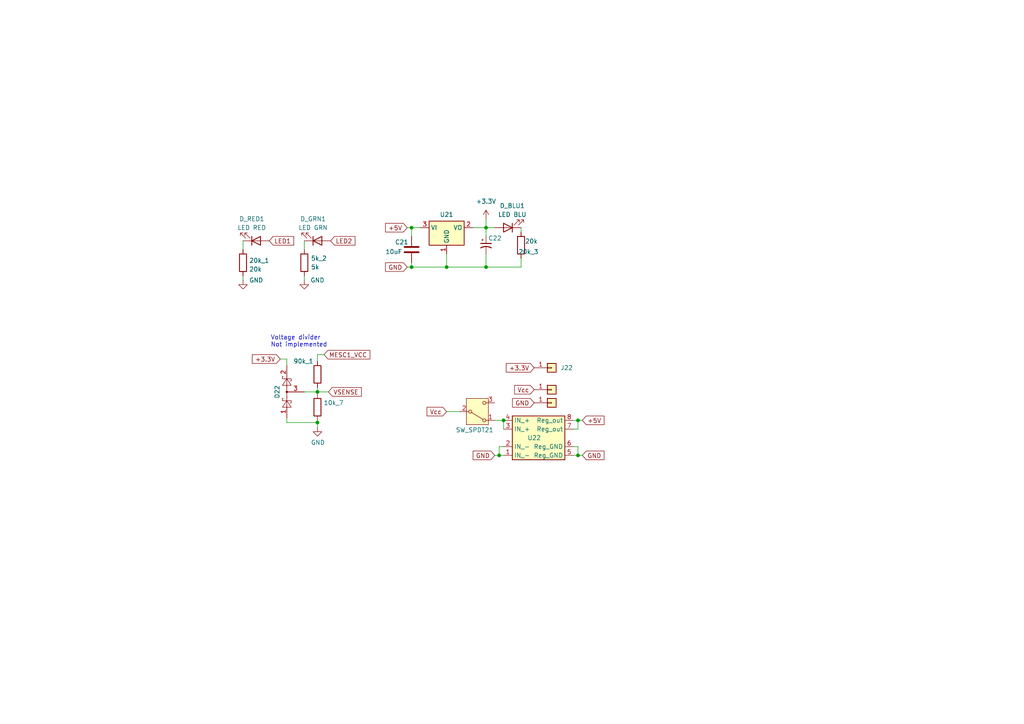
<source format=kicad_sch>
(kicad_sch (version 20231120) (generator "eeschema") (generator_version "8.0")
  (paper "A4")
  (lib_symbols
    (symbol "Connector_Generic:Conn_01x01" (pin_names (offset 1.016) hide)
      (property "Reference" "J" (at 0 2.54 0))
      (property "Value" "Conn_01x01" (at 0 -2.54 0))
      (symbol "Conn_01x01_1_1"
        (rectangle (start -1.27 0.127) (end 0 -0.127) (stroke (width 0.1524)))
        (rectangle (start -1.27 1.27) (end 1.27 -1.27) (stroke (width 0.254)) (fill (type background)))
        (pin passive line (at -5.08 0 0) (length 3.81) (name "Pin_1") (number "1"))
      )
    )
    (symbol "Device:C" (pin_numbers hide) (pin_names (offset 0.254))
      (property "Reference" "C" (at 0.635 2.54 0))
      (property "Value" "C" (at 0.635 -2.54 0))
      (symbol "C_0_1"
        (polyline (pts (xy -2.032 -0.762) (xy 2.032 -0.762)) (stroke (width 0.508)))
        (polyline (pts (xy -2.032 0.762) (xy 2.032 0.762)) (stroke (width 0.508)))
      )
      (symbol "C_1_1"
        (pin passive line (at 0 3.81 270) (length 2.794) (name "~") (number "1"))
        (pin passive line (at 0 -3.81 90) (length 2.794) (name "~") (number "2"))
      )
    )
    (symbol "Device:C_Polarized_Small_US" (pin_numbers hide) (pin_names (offset 0.254) hide)
      (property "Reference" "C" (at 0.254 1.778 0))
      (property "Value" "C_Polarized_Small_US" (at 0.254 -2.032 0))
      (symbol "C_Polarized_Small_US_0_1"
        (polyline (pts (xy -1.524 0.508) (xy 1.524 0.508)) (stroke (width 0.3048)))
        (polyline (pts (xy -1.27 1.524) (xy -0.762 1.524)))
        (polyline (pts (xy -1.016 1.27) (xy -1.016 1.778)))
        (arc (start 1.524 -0.762) (mid 0 -0.3734) (end -1.524 -0.762) (stroke (width 0.3048)))
      )
      (symbol "C_Polarized_Small_US_1_1"
        (pin passive line (at 0 2.54 270) (length 2.032) (name "~") (number "1"))
        (pin passive line (at 0 -2.54 90) (length 2.032) (name "~") (number "2"))
      )
    )
    (symbol "Device:LED" (pin_numbers hide) (pin_names (offset 1.016) hide)
      (property "Reference" "D" (at 0 2.54 0))
      (property "Value" "LED" (at 0 -2.54 0))
      (symbol "LED_0_1"
        (polyline (pts (xy -1.27 -1.27) (xy -1.27 1.27)) (stroke (width 0.254)))
        (polyline (pts (xy -1.27 0) (xy 1.27 0)))
        (polyline (pts (xy 1.27 -1.27) (xy 1.27 1.27) (xy -1.27 0) (xy 1.27 -1.27)) (stroke (width 0.254)))
        (polyline (pts (xy -3.048 -0.762) (xy -4.572 -2.286) (xy -3.81 -2.286) (xy -4.572 -2.286) (xy -4.572 -1.524)))
        (polyline (pts (xy -1.778 -0.762) (xy -3.302 -2.286) (xy -2.54 -2.286) (xy -3.302 -2.286) (xy -3.302 -1.524)))
      )
      (symbol "LED_1_1"
        (pin passive line (at -3.81 0 0) (length 2.54) (name "K") (number "1"))
        (pin passive line (at 3.81 0 180) (length 2.54) (name "A") (number "2"))
      )
    )
    (symbol "Device:R" (pin_numbers hide) (pin_names (offset 0))
      (property "Reference" "R" (at 2.032 0 90))
      (property "Value" "R" (at 0 0 90))
      (symbol "R_0_1"
        (rectangle (start -1.016 -2.54) (end 1.016 2.54) (stroke (width 0.254)))
      )
      (symbol "R_1_1"
        (pin passive line (at 0 3.81 270) (length 1.27) (name "~") (number "1"))
        (pin passive line (at 0 -3.81 90) (length 1.27) (name "~") (number "2"))
      )
    )
    (symbol "Regulator_Linear:LD1117S18TR_SOT223"
      (property "Reference" "U" (at -3.81 3.175 0))
      (property "Value" "LD1117S18TR_SOT223" (at 0 3.175 0))
      (symbol "LD1117S18TR_SOT223_0_1"
        (rectangle (start -5.08 -5.08) (end 5.08 1.905) (stroke (width 0.254)) (fill (type background)))
      )
      (symbol "LD1117S18TR_SOT223_1_1"
        (pin power_in line (at 0 -7.62 90) (length 2.54) (name "GND") (number "1"))
        (pin power_out line (at 7.62 0 180) (length 2.54) (name "VO") (number "2"))
        (pin power_in line (at -7.62 0 0) (length 2.54) (name "VI") (number "3"))
      )
    )
    (symbol "Switch:SW_SPDT" (pin_names (offset 0) hide)
      (property "Reference" "SW" (at 0 5.08 0))
      (property "Value" "SW_SPDT" (at 0 -5.08 0))
      (symbol "SW_SPDT_0_1"
        (circle (center -2.032 0) (radius 0.4572))
        (polyline (pts (xy -1.651 0.254) (xy 1.651 2.286)))
        (circle (center 2.032 -2.54) (radius 0.4572))
        (circle (center 2.032 2.54) (radius 0.4572))
      )
      (symbol "SW_SPDT_1_1"
        (rectangle (start -3.175 3.81) (end 3.175 -3.81) (fill (type background)))
        (pin passive line (at 5.08 2.54 180) (length 2.54) (name "A") (number "1"))
        (pin passive line (at -5.08 0 0) (length 2.54) (name "B") (number "2"))
        (pin passive line (at 5.08 -2.54 180) (length 2.54) (name "C") (number "3"))
      )
    )
    (symbol "power:+3.3V" (power) (pin_names (offset 0))
      (property "Value" "+3.3V" (at 0 3.556 0))
      (symbol "+3.3V_0_1"
        (polyline (pts (xy -0.762 1.27) (xy 0 2.54)))
        (polyline (pts (xy 0 0) (xy 0 2.54)))
        (polyline (pts (xy 0 2.54) (xy 0.762 1.27)))
      )
      (symbol "+3.3V_1_1"
        (pin power_in line (at 0 0 90) (length 0) hide (name "+3.3V") (number "1"))
      )
    )
    (symbol "power:GND" (power) (pin_names (offset 0))
      (property "Value" "GND" (at 0 -3.81 0))
      (symbol "GND_0_1"
        (polyline (pts (xy 0 0) (xy 0 -1.27) (xy 1.27 -1.27) (xy 0 -2.54) (xy -1.27 -1.27) (xy 0 -1.27)))
      )
      (symbol "GND_1_1"
        (pin power_in line (at 0 0 270) (length 0) hide (name "GND") (number "1"))
      )
    )
    (symbol "two_motor_driver-rescue:BAT54S-Diode" (pin_names (offset 1.016))
      (property "Reference" "D" (at 0.635 -3.81 0))
      (property "Value" "Diode_BAT54S" (at -6.35 3.175 0))
      (symbol "BAT54S-Diode_0_1"
        (polyline (pts (xy -3.81 0) (xy -1.27 0)))
        (polyline (pts (xy -3.175 -1.27) (xy -3.175 -1.016)))
        (polyline (pts (xy -2.54 -1.27) (xy -3.175 -1.27)))
        (polyline (pts (xy -2.54 -1.27) (xy -2.54 1.27)))
        (polyline (pts (xy -2.54 1.27) (xy -1.905 1.27)))
        (polyline (pts (xy -1.905 0) (xy 1.905 0)))
        (polyline (pts (xy -1.905 1.27) (xy -1.905 1.016)))
        (polyline (pts (xy 1.27 0) (xy 3.81 0)))
        (polyline (pts (xy 3.175 -1.27) (xy 3.175 -1.016)))
        (polyline (pts (xy 3.81 -1.27) (xy 3.175 -1.27)))
        (polyline (pts (xy 3.81 -1.27) (xy 3.81 1.27)))
        (polyline (pts (xy 3.81 1.27) (xy 4.445 1.27)))
        (polyline (pts (xy 4.445 1.27) (xy 4.445 1.016)))
        (polyline (pts (xy -4.445 1.27) (xy -4.445 -1.27) (xy -2.54 0) (xy -4.445 1.27)))
        (polyline (pts (xy 1.905 1.27) (xy 1.905 -1.27) (xy 3.81 0) (xy 1.905 1.27)))
        (circle (center 0 0) (radius 0.254) (fill (type outline)))
      )
      (symbol "BAT54S-Diode_1_1"
        (pin passive line (at -7.62 0 0) (length 3.81) (name "~") (number "1"))
        (pin passive line (at 7.62 0 180) (length 3.81) (name "~") (number "2"))
        (pin passive line (at 0 -5.08 90) (length 5.08) (name "~") (number "3"))
      )
    )
    (symbol "two_motor_driver-rescue:GND-power" (power) (pin_names (offset 0))
      (property "Value" "power_GND" (at 0 -3.81 0))
      (symbol "GND-power_0_1"
        (polyline (pts (xy 0 0) (xy 0 -1.27) (xy 1.27 -1.27) (xy 0 -2.54) (xy -1.27 -1.27) (xy 0 -1.27)))
      )
      (symbol "GND-power_1_1"
        (pin power_in line (at 0 0 270) (length 0) hide (name "GND") (number "1"))
      )
    )
    (symbol "two_motor_driver-rescue:my_buck_boost-Regulator_Switching"
      (property "Reference" "U" (at -6.35 6.35 0))
      (property "Value" "Regulator_Switching_my_buck_boost" (at -5.08 7.62 0))
      (symbol "my_buck_boost-Regulator_Switching_0_1"
        (rectangle (start -7.62 5.08) (end 7.62 -7.62) (stroke (width 0.254)) (fill (type background)))
      )
      (symbol "my_buck_boost-Regulator_Switching_1_1"
        (pin open_emitter line (at -10.16 3.81 0) (length 2.54) (name "IN_-") (number "1"))
        (pin power_in line (at -10.16 1.27 0) (length 2.54) (name "IN_-") (number "2"))
        (pin power_out line (at -10.16 -3.81 0) (length 2.54) (name "IN_+") (number "3"))
        (pin power_in line (at -10.16 -6.35 0) (length 2.54) (name "IN_+") (number "4"))
        (pin power_out line (at 10.16 3.81 180) (length 2.54) (name "Reg_GND") (number "5"))
        (pin power_out line (at 10.16 1.27 180) (length 2.54) (name "Reg_GND") (number "6"))
        (pin power_out line (at 10.16 -3.81 180) (length 2.54) (name "Reg_out") (number "7"))
        (pin power_out line (at 10.16 -6.35 180) (length 2.54) (name "Reg_out") (number "8"))
      )
    )
  )
  (junction (at 129.54 77.47))
  (junction (at 167.64 132.08))
  (junction (at 144.78 132.08))
  (junction (at 167.64 121.92))
  (junction (at 92.075 113.665))
  (junction (at 140.97 66.04))
  (junction (at 119.38 77.47))
  (junction (at 119.38 66.04))
  (junction (at 92.075 122.555))
  (junction (at 140.97 77.47))
  (junction (at 146.05 121.92))
  (wire (pts (xy 151.13 66.04) (xy 151.13 67.31)))
  (wire (pts (xy 118.11 77.47) (xy 119.38 77.47)))
  (wire (pts (xy 92.075 122.555) (xy 92.075 123.952)))
  (wire (pts (xy 70.485 81.28) (xy 70.485 80.01)))
  (wire (pts (xy 83.185 122.555) (xy 92.075 122.555)))
  (wire (pts (xy 83.185 106.045) (xy 83.185 104.14)))
  (wire (pts (xy 140.97 66.04) (xy 143.51 66.04)))
  (wire (pts (xy 167.64 132.08) (xy 168.91 132.08)))
  (wire (pts (xy 119.38 66.04) (xy 121.92 66.04)))
  (wire (pts (xy 146.05 129.54) (xy 144.78 129.54)))
  (wire (pts (xy 167.64 124.46) (xy 167.64 121.92)))
  (wire (pts (xy 119.38 66.04) (xy 119.38 68.58)))
  (wire (pts (xy 88.265 113.665) (xy 92.075 113.665)))
  (wire (pts (xy 146.05 124.46) (xy 146.05 121.92)))
  (wire (pts (xy 168.91 121.92) (xy 167.64 121.92)))
  (wire (pts (xy 119.38 77.47) (xy 129.54 77.47)))
  (wire (pts (xy 144.78 129.54) (xy 144.78 132.08)))
  (wire (pts (xy 167.64 129.54) (xy 167.64 132.08)))
  (wire (pts (xy 140.97 77.47) (xy 151.13 77.47)))
  (wire (pts (xy 118.11 66.04) (xy 119.38 66.04)))
  (wire (pts (xy 92.075 113.665) (xy 92.075 114.3)))
  (wire (pts (xy 166.37 132.08) (xy 167.64 132.08)))
  (wire (pts (xy 70.485 69.85) (xy 70.485 72.39)))
  (wire (pts (xy 151.13 74.93) (xy 151.13 77.47)))
  (wire (pts (xy 88.265 81.28) (xy 88.265 80.01)))
  (wire (pts (xy 166.37 129.54) (xy 167.64 129.54)))
  (wire (pts (xy 140.97 66.04) (xy 140.97 68.58)))
  (wire (pts (xy 88.265 69.85) (xy 88.265 72.39)))
  (wire (pts (xy 140.97 73.66) (xy 140.97 77.47)))
  (wire (pts (xy 83.185 121.285) (xy 83.185 122.555)))
  (wire (pts (xy 143.51 121.92) (xy 146.05 121.92)))
  (wire (pts (xy 92.075 113.665) (xy 95.25 113.665)))
  (wire (pts (xy 83.185 104.14) (xy 81.28 104.14)))
  (wire (pts (xy 167.64 121.92) (xy 166.37 121.92)))
  (wire (pts (xy 92.075 112.395) (xy 92.075 113.665)))
  (wire (pts (xy 146.05 132.08) (xy 144.78 132.08)))
  (wire (pts (xy 92.075 102.87) (xy 93.98 102.87)))
  (wire (pts (xy 140.97 63.5) (xy 140.97 66.04)))
  (wire (pts (xy 129.54 77.47) (xy 140.97 77.47)))
  (wire (pts (xy 137.16 66.04) (xy 140.97 66.04)))
  (wire (pts (xy 166.37 124.46) (xy 167.64 124.46)))
  (wire (pts (xy 129.54 73.66) (xy 129.54 77.47)))
  (wire (pts (xy 119.38 76.2) (xy 119.38 77.47)))
  (wire (pts (xy 143.51 132.08) (xy 144.78 132.08)))
  (wire (pts (xy 92.075 121.92) (xy 92.075 122.555)))
  (wire (pts (xy 133.35 119.38) (xy 129.54 119.38)))
  (wire (pts (xy 92.075 104.775) (xy 92.075 102.87)))
  (text "Voltage divider\nNot implemented" (at 78.486 99.06 0) (effects (font (size 1.27 1.27)) (justify left)))
  (global_label "Vcc" (shape input) (at 154.94 113.03 180) (property "Intersheetrefs" "${INTERSHEET_REFS}" (effects (hide yes))))
  (global_label "GND" (shape input) (at 143.51 132.08 180) (property "Intersheetrefs" "${INTERSHEET_REFS}" (effects (hide yes))))
  (global_label "VSENSE" (shape input) (at 95.25 113.665 0) (property "Intersheetrefs" "${INTERSHEET_REFS}" (effects (hide yes))))
  (global_label "+3.3V" (shape input) (at 154.94 106.68 180) (property "Intersheetrefs" "${INTERSHEET_REFS}" (effects (hide yes))))
  (global_label "MESC1_VCC" (shape input) (at 93.98 102.87 0) (property "Intersheetrefs" "${INTERSHEET_REFS}" (effects (hide yes))))
  (global_label "+5V" (shape input) (at 118.11 66.04 180) (property "Intersheetrefs" "${INTERSHEET_REFS}" (effects (hide yes))))
  (global_label "LED1" (shape input) (at 78.105 69.85 0) (property "Intersheetrefs" "${INTERSHEET_REFS}" (effects (hide yes))))
  (global_label "Vcc" (shape input) (at 129.54 119.38 180) (property "Intersheetrefs" "${INTERSHEET_REFS}" (effects (hide yes))))
  (global_label "+5V" (shape input) (at 168.91 121.92 0) (property "Intersheetrefs" "${INTERSHEET_REFS}" (effects (hide yes))))
  (global_label "GND" (shape input) (at 154.94 116.84 180) (property "Intersheetrefs" "${INTERSHEET_REFS}" (effects (hide yes))))
  (global_label "GND" (shape input) (at 168.91 132.08 0) (property "Intersheetrefs" "${INTERSHEET_REFS}" (effects (hide yes))))
  (global_label "+3.3V" (shape input) (at 81.28 104.14 180) (property "Intersheetrefs" "${INTERSHEET_REFS}" (effects (hide yes))))
  (global_label "GND" (shape input) (at 118.11 77.47 180) (property "Intersheetrefs" "${INTERSHEET_REFS}" (effects (hide yes))))
  (global_label "LED2" (shape input) (at 95.885 69.85 0) (property "Intersheetrefs" "${INTERSHEET_REFS}" (effects (hide yes))))
  (symbol (lib_id "Device:LED") (at 92.075 69.85 0) (mirror x) (unit 1)
    (property "Reference" "D_GRN1" (at 90.805 63.5 0))
    (property "Value" "LED GRN" (at 90.805 66.04 0))
    (property "Footprint" "LED_SMD:LED_0603_1608Metric" (effects (hide yes)))
    (property "LCSC" "C72043" (effects (hide yes)))
  )
  (symbol (lib_id "Device:R") (at 88.265 76.2 180) (unit 1)
    (property "Reference" "5k_2" (at 90.17 74.9299 0) (effects (justify right)))
    (property "Value" "5k" (at 90.17 77.4699 0) (effects (justify right)))
    (property "Footprint" "Resistor_SMD:R_0603_1608Metric" (effects (hide yes)))
    (property "LCSC" "C4184" (effects (hide yes)))
  )
  (symbol (lib_id "power:GND") (at 88.265 81.28 0) (mirror y) (unit 1)
    (property "Reference" "#PWR029" (effects (hide yes)))
    (property "Value" "GND" (at 92.075 81.28 0))
  )
  (symbol (lib_id "two_motor_driver-rescue:my_buck_boost-Regulator_Switching") (at 156.21 128.27 0) (mirror x) (unit 1)
    (property "Reference" "U22" (at 154.94 127 0))
    (property "Value" "my_buck_boost" (effects (hide yes)))
    (property "Footprint" "Converter_DCDC:my_buck_boost" (effects (hide yes)))
  )
  (symbol (lib_id "two_motor_driver-rescue:GND-power") (at 92.075 123.952 0) (unit 1)
    (property "Reference" "#PWR030" (effects (hide yes)))
    (property "Value" "GND" (at 92.202 128.3462 0))
  )
  (symbol (lib_id "Device:R") (at 92.075 108.585 0) (unit 1)
    (property "Reference" "90k_1" (at 85.09 104.775 0) (effects (justify left)))
    (property "Value" "90k" (effects (hide yes)))
    (property "Footprint" "Resistor_SMD:R_0603_1608Metric" (effects (hide yes)))
    (property "Group#" "13" (effects (hide yes)))
  )
  (symbol (lib_id "Device:LED") (at 74.295 69.85 0) (mirror x) (unit 1)
    (property "Reference" "D_RED1" (at 73.025 63.5 0))
    (property "Value" "LED RED" (at 73.025 66.04 0))
    (property "Footprint" "LED_SMD:LED_0603_1608Metric" (effects (hide yes)))
    (property "LCSC" "C2286" (effects (hide yes)))
  )
  (symbol (lib_id "Device:C") (at 119.38 72.39 0) (unit 1)
    (property "Reference" "C21" (at 114.554 70.231 0) (effects (justify left)))
    (property "Value" "10uF" (at 111.76 73.025 0) (effects (justify left)))
    (property "Footprint" "Capacitor_SMD:C_0805_2012Metric" (effects (hide yes)))
    (property "LCSC" "C15850" (effects (hide yes)))
  )
  (symbol (lib_id "Device:LED") (at 147.32 66.04 180) (unit 1)
    (property "Reference" "D_BLU1" (at 148.59 59.69 0))
    (property "Value" "LED BLU" (at 148.59 62.23 0))
    (property "Footprint" "LED_SMD:LED_0603_1608Metric" (effects (hide yes)))
    (property "LCSC" "C72041" (effects (hide yes)))
  )
  (symbol (lib_id "Device:R") (at 92.075 118.11 0) (unit 1)
    (property "Reference" "10k_7" (at 93.853 116.84 0) (effects (justify left)))
    (property "Value" "10k" (effects (hide yes)))
    (property "Footprint" "Resistor_SMD:R_0603_1608Metric" (effects (hide yes)))
    (property "Group#" "13" (effects (hide yes)))
  )
  (symbol (lib_id "Device:R") (at 151.13 71.12 0) (mirror x) (unit 1)
    (property "Reference" "20k_3" (at 156.21 73.025 0) (effects (justify right)))
    (property "Value" "20k" (at 155.956 69.977 0) (effects (justify right)))
    (property "Footprint" "Resistor_SMD:R_0603_1608Metric" (effects (hide yes)))
    (property "LCSC" "C4184" (effects (hide yes)))
  )
  (symbol (lib_id "power:+3.3V") (at 140.97 63.5 0) (unit 1)
    (property "Reference" "#PWR033" (effects (hide yes)))
    (property "Value" "+3.3V" (at 140.97 58.42 0))
  )
  (symbol (lib_id "two_motor_driver-rescue:BAT54S-Diode") (at 83.185 113.665 90) (unit 1)
    (property "Reference" "D22" (at 80.391 113.665 0))
    (property "Value" "BAT54S" (effects (hide yes)))
    (property "Footprint" "Package_TO_SOT_SMD:SOT-23-3" (effects (hide yes)))
    (property "Datasheet" "https://www.mouser.com/ProductDetail/ON-Semiconductor/BAT54SLT1G?qs=sGAEpiMZZMtQ8nqTKtFS%2FCKUxMvjsmGzmkUbaMfK3Po%3D" (effects (hide yes)))
    (property "P/N" "863-BAT54SLT1G" (effects (hide yes)))
    (property "Group#" "7" (effects (hide yes)))
  )
  (symbol (lib_id "Connector_Generic:Conn_01x01") (at 160.02 113.03 0) (unit 1)
    (property "Reference" "J25" (effects (hide yes)))
    (property "Value" "Conn_01x01" (effects (hide yes)))
    (property "Footprint" "Connector_Wire:SolderWire-2sqmm_1x01_D2mm_OD3.9mm" (effects (hide yes)))
    (property "Description" "Generic connector, single row, 01x01, script generated (kicad-library-utils/schlib/autogen/connector/)" (effects (hide yes)))
  )
  (symbol (lib_id "Device:R") (at 70.485 76.2 180) (unit 1)
    (property "Reference" "20k_1" (at 72.263 75.565 0) (effects (justify right)))
    (property "Value" "20k" (at 72.263 78.105 0) (effects (justify right)))
    (property "Footprint" "Resistor_SMD:R_0603_1608Metric" (effects (hide yes)))
    (property "LCSC" "C4184" (effects (hide yes)))
  )
  (symbol (lib_id "power:GND") (at 70.485 81.28 0) (mirror y) (unit 1)
    (property "Reference" "#PWR028" (effects (hide yes)))
    (property "Value" "GND" (at 74.295 81.28 0))
  )
  (symbol (lib_id "Regulator_Linear:LD1117S18TR_SOT223") (at 129.54 66.04 0) (unit 1)
    (property "Reference" "U21" (at 129.54 62.23 0))
    (property "Value" "LD1117S18TR_SOT223" (effects (hide yes)))
    (property "Footprint" "Package_TO_SOT_SMD:SOT-223-3_TabPin2" (effects (hide yes)))
    (property "Datasheet" "http://www.st.com/st-web-ui/static/active/en/resource/technical/document/datasheet/CD00000544.pdf" (effects (hide yes)))
    (property "LCSC" "C2984862" (effects (hide yes)))
  )
  (symbol (lib_id "Device:C_Polarized_Small_US") (at 140.97 71.12 0) (unit 1)
    (property "Reference" "C22" (at 141.605 69.088 0) (effects (justify left)))
    (property "Value" "C_Polarized_Small_US" (effects (hide yes)))
    (property "Footprint" "Capacitor_Tantalum_SMD:CP_EIA-3216-18_Kemet-A" (effects (hide yes)))
    (property "LCSC" "C7171" (effects (hide yes)))
  )
  (symbol (lib_id "Connector_Generic:Conn_01x01") (at 160.02 106.68 0) (unit 1)
    (property "Reference" "J22" (at 162.56 106.6799 0) (effects (justify left)))
    (property "Value" "Conn_01x01" (effects (hide yes)))
    (property "Footprint" "Connector_PinSocket_2.54mm:PinSocket_1x01_P2.54mm_Vertical" (effects (hide yes)))
    (property "Description" "Generic connector, single row, 01x01, script generated (kicad-library-utils/schlib/autogen/connector/)" (effects (hide yes)))
  )
  (symbol (lib_id "Switch:SW_SPDT") (at 138.43 119.38 0) (mirror x) (unit 1)
    (property "Reference" "SW_SPDT21" (at 137.668 124.714 0))
    (property "Value" "SW_SPDT" (effects (hide yes)))
    (property "Footprint" "Button_Switch_THT:SW_NKK_BB15AH" (effects (hide yes)))
    (property "Datasheet" "https://www.mouser.com/ProductDetail/NKK-Switches/BB16AH-FA?qs=E3XkhTW0K2HrJGK%2FHHAprQ%3D%3D" (effects (hide yes)))
  )
  (symbol (lib_id "Connector_Generic:Conn_01x01") (at 160.02 116.84 0) (unit 1)
    (property "Reference" "J24" (effects (hide yes)))
    (property "Value" "Conn_01x01" (effects (hide yes)))
    (property "Footprint" "Connector_Wire:SolderWire-2sqmm_1x01_D2mm_OD3.9mm" (effects (hide yes)))
    (property "Description" "Generic connector, single row, 01x01, script generated (kicad-library-utils/schlib/autogen/connector/)" (effects (hide yes)))
  )
)
</source>
